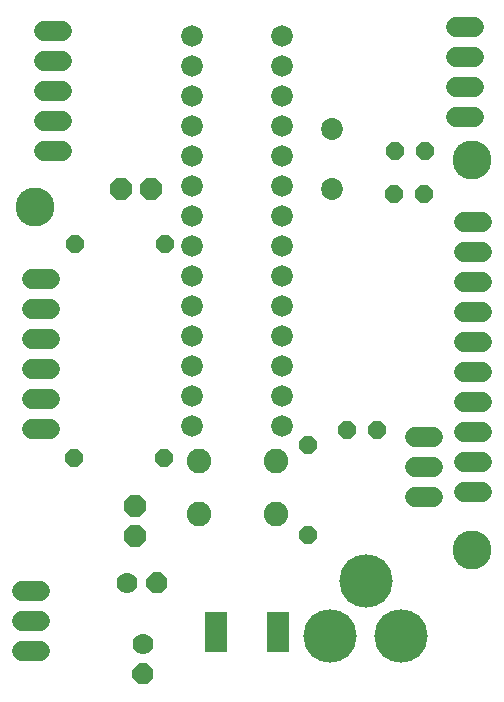
<source format=gbr>
G04 EAGLE Gerber RS-274X export*
G75*
%MOMM*%
%FSLAX34Y34*%
%LPD*%
%INSoldermask Bottom*%
%IPPOS*%
%AMOC8*
5,1,8,0,0,1.08239X$1,22.5*%
G01*
%ADD10C,3.303200*%
%ADD11P,1.924489X8X292.500000*%
%ADD12C,1.778000*%
%ADD13P,1.924489X8X22.500000*%
%ADD14P,1.649562X8X22.500000*%
%ADD15C,1.727200*%
%ADD16C,4.521200*%
%ADD17P,2.034460X8X22.500000*%
%ADD18P,2.034460X8X112.500000*%
%ADD19P,1.649562X8X202.500000*%
%ADD20P,1.649562X8X112.500000*%
%ADD21C,2.082800*%
%ADD22C,1.828800*%
%ADD23C,1.854200*%
%ADD24R,1.983200X3.353200*%


D10*
X40000Y420000D03*
X410000Y130000D03*
X410000Y460000D03*
D11*
X131500Y24800D03*
D12*
X131500Y50200D03*
D13*
X143600Y101500D03*
D12*
X118200Y101500D03*
D14*
X343900Y431500D03*
X369300Y431500D03*
X344900Y467700D03*
X370300Y467700D03*
X304700Y231500D03*
X330100Y231500D03*
D15*
X44720Y44100D02*
X29480Y44100D01*
X29480Y69500D02*
X44720Y69500D01*
X44720Y94900D02*
X29480Y94900D01*
D16*
X290300Y56800D03*
X350300Y56800D03*
X320300Y103800D03*
D15*
X52920Y359400D02*
X37680Y359400D01*
X37680Y334000D02*
X52920Y334000D01*
X52920Y308600D02*
X37680Y308600D01*
X37680Y283200D02*
X52920Y283200D01*
X52920Y257800D02*
X37680Y257800D01*
X37680Y232400D02*
X52920Y232400D01*
X403280Y179000D02*
X418520Y179000D01*
X418520Y204400D02*
X403280Y204400D01*
X403280Y229800D02*
X418520Y229800D01*
X418520Y255200D02*
X403280Y255200D01*
X403280Y280600D02*
X418520Y280600D01*
X418520Y306000D02*
X403280Y306000D01*
X403280Y331400D02*
X418520Y331400D01*
X418520Y356800D02*
X403280Y356800D01*
X403280Y382200D02*
X418520Y382200D01*
X418520Y407600D02*
X403280Y407600D01*
X62920Y569100D02*
X47680Y569100D01*
X47680Y543700D02*
X62920Y543700D01*
X62920Y518300D02*
X47680Y518300D01*
X47680Y492900D02*
X62920Y492900D01*
X62920Y467500D02*
X47680Y467500D01*
X397080Y496600D02*
X412320Y496600D01*
X412320Y522000D02*
X397080Y522000D01*
X397080Y547400D02*
X412320Y547400D01*
X412320Y572800D02*
X397080Y572800D01*
D17*
X113300Y435000D03*
X138700Y435000D03*
D18*
X125000Y141700D03*
X125000Y167100D03*
D19*
X149900Y207700D03*
X73700Y207700D03*
D14*
X74100Y388500D03*
X150300Y388500D03*
D20*
X271500Y142500D03*
X271500Y218700D03*
D21*
X244612Y159894D03*
X179588Y159894D03*
X244612Y205106D03*
X179588Y205106D03*
D22*
X249500Y234700D03*
X249500Y260100D03*
X249500Y285500D03*
X249500Y310900D03*
X249500Y336300D03*
X249500Y361700D03*
X249500Y387100D03*
X249500Y412500D03*
X249500Y437900D03*
X249500Y463300D03*
X249500Y488700D03*
X249500Y514100D03*
X249500Y539500D03*
X249500Y564900D03*
X173300Y564900D03*
X173300Y539500D03*
X173300Y514100D03*
X173300Y488700D03*
X173300Y463300D03*
X173300Y437900D03*
X173300Y412500D03*
X173300Y387100D03*
X173300Y361700D03*
X173300Y336300D03*
X173300Y310900D03*
X173300Y285500D03*
X173300Y260100D03*
X173300Y234700D03*
D23*
X291500Y485900D03*
X291500Y435100D03*
D24*
X246150Y60000D03*
X193850Y60000D03*
D15*
X362380Y225400D02*
X377620Y225400D01*
X377620Y200000D02*
X362380Y200000D01*
X362380Y174600D02*
X377620Y174600D01*
M02*

</source>
